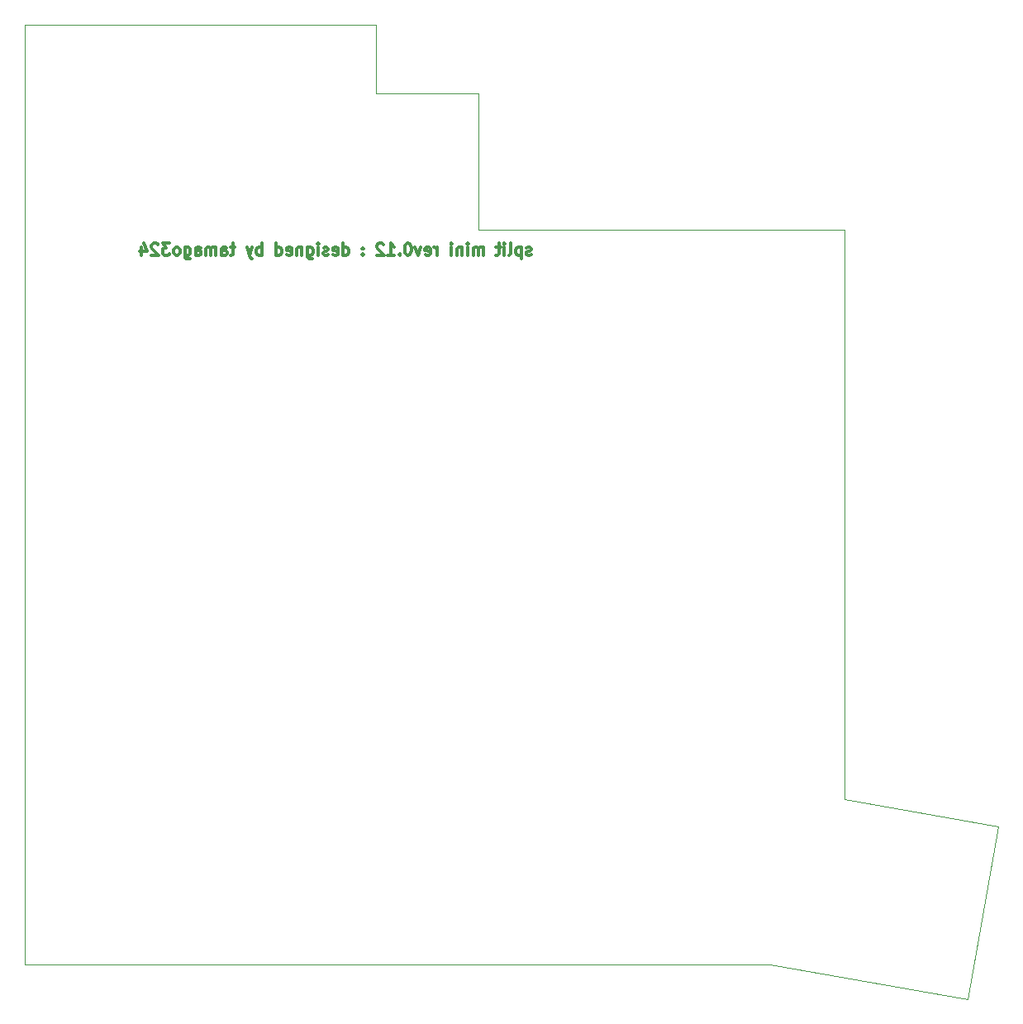
<source format=gbo>
%TF.GenerationSoftware,KiCad,Pcbnew,(6.0.9)*%
%TF.CreationDate,2023-01-03T16:44:31+09:00*%
%TF.ProjectId,split-mini__bottom,73706c69-742d-46d6-996e-695f5f626f74,rev?*%
%TF.SameCoordinates,Original*%
%TF.FileFunction,Legend,Bot*%
%TF.FilePolarity,Positive*%
%FSLAX46Y46*%
G04 Gerber Fmt 4.6, Leading zero omitted, Abs format (unit mm)*
G04 Created by KiCad (PCBNEW (6.0.9)) date 2023-01-03 16:44:31*
%MOMM*%
%LPD*%
G01*
G04 APERTURE LIST*
%TA.AperFunction,Profile*%
%ADD10C,0.100000*%
%TD*%
%ADD11C,0.300000*%
%ADD12C,0.350000*%
%ADD13C,2.200000*%
G04 APERTURE END LIST*
D10*
X66450000Y-22475000D02*
X66450000Y-36475000D01*
X19950000Y-111725000D02*
X96323180Y-111725000D01*
X103950000Y-94792135D02*
X103950000Y-36475000D01*
X96323180Y-111725000D02*
X116541504Y-115290036D01*
X66450000Y-36475000D02*
X103950000Y-36475000D01*
X55950000Y-15475000D02*
X55950000Y-22475000D01*
X55950000Y-15475000D02*
X19950000Y-15475000D01*
X116541504Y-115290036D02*
X119667171Y-97563496D01*
X66450000Y-22475000D02*
X55950000Y-22475000D01*
X119667171Y-97563496D02*
X103950000Y-94792135D01*
X19950000Y-15475000D02*
X19950000Y-111725000D01*
D11*
X71828571Y-39010714D02*
X71714285Y-39067857D01*
X71485714Y-39067857D01*
X71371428Y-39010714D01*
X71314285Y-38896428D01*
X71314285Y-38839285D01*
X71371428Y-38725000D01*
X71485714Y-38667857D01*
X71657142Y-38667857D01*
X71771428Y-38610714D01*
X71828571Y-38496428D01*
X71828571Y-38439285D01*
X71771428Y-38325000D01*
X71657142Y-38267857D01*
X71485714Y-38267857D01*
X71371428Y-38325000D01*
X70800000Y-38267857D02*
X70800000Y-39467857D01*
X70800000Y-38325000D02*
X70685714Y-38267857D01*
X70457142Y-38267857D01*
X70342857Y-38325000D01*
X70285714Y-38382142D01*
X70228571Y-38496428D01*
X70228571Y-38839285D01*
X70285714Y-38953571D01*
X70342857Y-39010714D01*
X70457142Y-39067857D01*
X70685714Y-39067857D01*
X70800000Y-39010714D01*
X69542857Y-39067857D02*
X69657142Y-39010714D01*
X69714285Y-38896428D01*
X69714285Y-37867857D01*
X69085714Y-39067857D02*
X69085714Y-38267857D01*
X69085714Y-37867857D02*
X69142857Y-37925000D01*
X69085714Y-37982142D01*
X69028571Y-37925000D01*
X69085714Y-37867857D01*
X69085714Y-37982142D01*
X68685714Y-38267857D02*
X68228571Y-38267857D01*
X68514285Y-37867857D02*
X68514285Y-38896428D01*
X68457142Y-39010714D01*
X68342857Y-39067857D01*
X68228571Y-39067857D01*
X66914285Y-39067857D02*
X66914285Y-38267857D01*
X66914285Y-38382142D02*
X66857142Y-38325000D01*
X66742857Y-38267857D01*
X66571428Y-38267857D01*
X66457142Y-38325000D01*
X66400000Y-38439285D01*
X66400000Y-39067857D01*
X66400000Y-38439285D02*
X66342857Y-38325000D01*
X66228571Y-38267857D01*
X66057142Y-38267857D01*
X65942857Y-38325000D01*
X65885714Y-38439285D01*
X65885714Y-39067857D01*
X65314285Y-39067857D02*
X65314285Y-38267857D01*
X65314285Y-37867857D02*
X65371428Y-37925000D01*
X65314285Y-37982142D01*
X65257142Y-37925000D01*
X65314285Y-37867857D01*
X65314285Y-37982142D01*
X64742857Y-38267857D02*
X64742857Y-39067857D01*
X64742857Y-38382142D02*
X64685714Y-38325000D01*
X64571428Y-38267857D01*
X64400000Y-38267857D01*
X64285714Y-38325000D01*
X64228571Y-38439285D01*
X64228571Y-39067857D01*
X63657142Y-39067857D02*
X63657142Y-38267857D01*
X63657142Y-37867857D02*
X63714285Y-37925000D01*
X63657142Y-37982142D01*
X63600000Y-37925000D01*
X63657142Y-37867857D01*
X63657142Y-37982142D01*
X62171428Y-39067857D02*
X62171428Y-38267857D01*
X62171428Y-38496428D02*
X62114285Y-38382142D01*
X62057142Y-38325000D01*
X61942857Y-38267857D01*
X61828571Y-38267857D01*
X60971428Y-39010714D02*
X61085714Y-39067857D01*
X61314285Y-39067857D01*
X61428571Y-39010714D01*
X61485714Y-38896428D01*
X61485714Y-38439285D01*
X61428571Y-38325000D01*
X61314285Y-38267857D01*
X61085714Y-38267857D01*
X60971428Y-38325000D01*
X60914285Y-38439285D01*
X60914285Y-38553571D01*
X61485714Y-38667857D01*
X60514285Y-38267857D02*
X60228571Y-39067857D01*
X59942857Y-38267857D01*
X59257142Y-37867857D02*
X59142857Y-37867857D01*
X59028571Y-37925000D01*
X58971428Y-37982142D01*
X58914285Y-38096428D01*
X58857142Y-38325000D01*
X58857142Y-38610714D01*
X58914285Y-38839285D01*
X58971428Y-38953571D01*
X59028571Y-39010714D01*
X59142857Y-39067857D01*
X59257142Y-39067857D01*
X59371428Y-39010714D01*
X59428571Y-38953571D01*
X59485714Y-38839285D01*
X59542857Y-38610714D01*
X59542857Y-38325000D01*
X59485714Y-38096428D01*
X59428571Y-37982142D01*
X59371428Y-37925000D01*
X59257142Y-37867857D01*
X58342857Y-38953571D02*
X58285714Y-39010714D01*
X58342857Y-39067857D01*
X58400000Y-39010714D01*
X58342857Y-38953571D01*
X58342857Y-39067857D01*
X57142857Y-39067857D02*
X57828571Y-39067857D01*
X57485714Y-39067857D02*
X57485714Y-37867857D01*
X57600000Y-38039285D01*
X57714285Y-38153571D01*
X57828571Y-38210714D01*
X56685714Y-37982142D02*
X56628571Y-37925000D01*
X56514285Y-37867857D01*
X56228571Y-37867857D01*
X56114285Y-37925000D01*
X56057142Y-37982142D01*
X56000000Y-38096428D01*
X56000000Y-38210714D01*
X56057142Y-38382142D01*
X56742857Y-39067857D01*
X56000000Y-39067857D01*
X54571428Y-38953571D02*
X54514285Y-39010714D01*
X54571428Y-39067857D01*
X54628571Y-39010714D01*
X54571428Y-38953571D01*
X54571428Y-39067857D01*
X54571428Y-38325000D02*
X54514285Y-38382142D01*
X54571428Y-38439285D01*
X54628571Y-38382142D01*
X54571428Y-38325000D01*
X54571428Y-38439285D01*
X52571428Y-39067857D02*
X52571428Y-37867857D01*
X52571428Y-39010714D02*
X52685714Y-39067857D01*
X52914285Y-39067857D01*
X53028571Y-39010714D01*
X53085714Y-38953571D01*
X53142857Y-38839285D01*
X53142857Y-38496428D01*
X53085714Y-38382142D01*
X53028571Y-38325000D01*
X52914285Y-38267857D01*
X52685714Y-38267857D01*
X52571428Y-38325000D01*
X51542857Y-39010714D02*
X51657142Y-39067857D01*
X51885714Y-39067857D01*
X52000000Y-39010714D01*
X52057142Y-38896428D01*
X52057142Y-38439285D01*
X52000000Y-38325000D01*
X51885714Y-38267857D01*
X51657142Y-38267857D01*
X51542857Y-38325000D01*
X51485714Y-38439285D01*
X51485714Y-38553571D01*
X52057142Y-38667857D01*
X51028571Y-39010714D02*
X50914285Y-39067857D01*
X50685714Y-39067857D01*
X50571428Y-39010714D01*
X50514285Y-38896428D01*
X50514285Y-38839285D01*
X50571428Y-38725000D01*
X50685714Y-38667857D01*
X50857142Y-38667857D01*
X50971428Y-38610714D01*
X51028571Y-38496428D01*
X51028571Y-38439285D01*
X50971428Y-38325000D01*
X50857142Y-38267857D01*
X50685714Y-38267857D01*
X50571428Y-38325000D01*
X50000000Y-39067857D02*
X50000000Y-38267857D01*
X50000000Y-37867857D02*
X50057142Y-37925000D01*
X50000000Y-37982142D01*
X49942857Y-37925000D01*
X50000000Y-37867857D01*
X50000000Y-37982142D01*
X48914285Y-38267857D02*
X48914285Y-39239285D01*
X48971428Y-39353571D01*
X49028571Y-39410714D01*
X49142857Y-39467857D01*
X49314285Y-39467857D01*
X49428571Y-39410714D01*
X48914285Y-39010714D02*
X49028571Y-39067857D01*
X49257142Y-39067857D01*
X49371428Y-39010714D01*
X49428571Y-38953571D01*
X49485714Y-38839285D01*
X49485714Y-38496428D01*
X49428571Y-38382142D01*
X49371428Y-38325000D01*
X49257142Y-38267857D01*
X49028571Y-38267857D01*
X48914285Y-38325000D01*
X48342857Y-38267857D02*
X48342857Y-39067857D01*
X48342857Y-38382142D02*
X48285714Y-38325000D01*
X48171428Y-38267857D01*
X48000000Y-38267857D01*
X47885714Y-38325000D01*
X47828571Y-38439285D01*
X47828571Y-39067857D01*
X46800000Y-39010714D02*
X46914285Y-39067857D01*
X47142857Y-39067857D01*
X47257142Y-39010714D01*
X47314285Y-38896428D01*
X47314285Y-38439285D01*
X47257142Y-38325000D01*
X47142857Y-38267857D01*
X46914285Y-38267857D01*
X46800000Y-38325000D01*
X46742857Y-38439285D01*
X46742857Y-38553571D01*
X47314285Y-38667857D01*
X45714285Y-39067857D02*
X45714285Y-37867857D01*
X45714285Y-39010714D02*
X45828571Y-39067857D01*
X46057142Y-39067857D01*
X46171428Y-39010714D01*
X46228571Y-38953571D01*
X46285714Y-38839285D01*
X46285714Y-38496428D01*
X46228571Y-38382142D01*
X46171428Y-38325000D01*
X46057142Y-38267857D01*
X45828571Y-38267857D01*
X45714285Y-38325000D01*
X44228571Y-39067857D02*
X44228571Y-37867857D01*
X44228571Y-38325000D02*
X44114285Y-38267857D01*
X43885714Y-38267857D01*
X43771428Y-38325000D01*
X43714285Y-38382142D01*
X43657142Y-38496428D01*
X43657142Y-38839285D01*
X43714285Y-38953571D01*
X43771428Y-39010714D01*
X43885714Y-39067857D01*
X44114285Y-39067857D01*
X44228571Y-39010714D01*
X43257142Y-38267857D02*
X42971428Y-39067857D01*
X42685714Y-38267857D02*
X42971428Y-39067857D01*
X43085714Y-39353571D01*
X43142857Y-39410714D01*
X43257142Y-39467857D01*
X41485714Y-38267857D02*
X41028571Y-38267857D01*
X41314285Y-37867857D02*
X41314285Y-38896428D01*
X41257142Y-39010714D01*
X41142857Y-39067857D01*
X41028571Y-39067857D01*
X40114285Y-39067857D02*
X40114285Y-38439285D01*
X40171428Y-38325000D01*
X40285714Y-38267857D01*
X40514285Y-38267857D01*
X40628571Y-38325000D01*
X40114285Y-39010714D02*
X40228571Y-39067857D01*
X40514285Y-39067857D01*
X40628571Y-39010714D01*
X40685714Y-38896428D01*
X40685714Y-38782142D01*
X40628571Y-38667857D01*
X40514285Y-38610714D01*
X40228571Y-38610714D01*
X40114285Y-38553571D01*
X39542857Y-39067857D02*
X39542857Y-38267857D01*
X39542857Y-38382142D02*
X39485714Y-38325000D01*
X39371428Y-38267857D01*
X39200000Y-38267857D01*
X39085714Y-38325000D01*
X39028571Y-38439285D01*
X39028571Y-39067857D01*
X39028571Y-38439285D02*
X38971428Y-38325000D01*
X38857142Y-38267857D01*
X38685714Y-38267857D01*
X38571428Y-38325000D01*
X38514285Y-38439285D01*
X38514285Y-39067857D01*
X37428571Y-39067857D02*
X37428571Y-38439285D01*
X37485714Y-38325000D01*
X37600000Y-38267857D01*
X37828571Y-38267857D01*
X37942857Y-38325000D01*
X37428571Y-39010714D02*
X37542857Y-39067857D01*
X37828571Y-39067857D01*
X37942857Y-39010714D01*
X38000000Y-38896428D01*
X38000000Y-38782142D01*
X37942857Y-38667857D01*
X37828571Y-38610714D01*
X37542857Y-38610714D01*
X37428571Y-38553571D01*
X36342857Y-38267857D02*
X36342857Y-39239285D01*
X36400000Y-39353571D01*
X36457142Y-39410714D01*
X36571428Y-39467857D01*
X36742857Y-39467857D01*
X36857142Y-39410714D01*
X36342857Y-39010714D02*
X36457142Y-39067857D01*
X36685714Y-39067857D01*
X36800000Y-39010714D01*
X36857142Y-38953571D01*
X36914285Y-38839285D01*
X36914285Y-38496428D01*
X36857142Y-38382142D01*
X36800000Y-38325000D01*
X36685714Y-38267857D01*
X36457142Y-38267857D01*
X36342857Y-38325000D01*
X35600000Y-39067857D02*
X35714285Y-39010714D01*
X35771428Y-38953571D01*
X35828571Y-38839285D01*
X35828571Y-38496428D01*
X35771428Y-38382142D01*
X35714285Y-38325000D01*
X35600000Y-38267857D01*
X35428571Y-38267857D01*
X35314285Y-38325000D01*
X35257142Y-38382142D01*
X35200000Y-38496428D01*
X35200000Y-38839285D01*
X35257142Y-38953571D01*
X35314285Y-39010714D01*
X35428571Y-39067857D01*
X35600000Y-39067857D01*
X34800000Y-37867857D02*
X34057142Y-37867857D01*
X34457142Y-38325000D01*
X34285714Y-38325000D01*
X34171428Y-38382142D01*
X34114285Y-38439285D01*
X34057142Y-38553571D01*
X34057142Y-38839285D01*
X34114285Y-38953571D01*
X34171428Y-39010714D01*
X34285714Y-39067857D01*
X34628571Y-39067857D01*
X34742857Y-39010714D01*
X34800000Y-38953571D01*
X33600000Y-37982142D02*
X33542857Y-37925000D01*
X33428571Y-37867857D01*
X33142857Y-37867857D01*
X33028571Y-37925000D01*
X32971428Y-37982142D01*
X32914285Y-38096428D01*
X32914285Y-38210714D01*
X32971428Y-38382142D01*
X33657142Y-39067857D01*
X32914285Y-39067857D01*
X31885714Y-38267857D02*
X31885714Y-39067857D01*
X32171428Y-37810714D02*
X32457142Y-38667857D01*
X31714285Y-38667857D01*
D12*
X94950000Y-39775000D03*
X28925000Y-106375000D03*
X96450000Y-102475000D03*
X28950000Y-41375000D03*
%LPC*%
D13*
%TO.C,HOLE3*%
X94950000Y-39775000D03*
%TD*%
%TO.C,HOLE4*%
X28925000Y-106375000D03*
%TD*%
%TO.C,HOLE2*%
X96450000Y-102475000D03*
%TD*%
%TO.C,HOLE1*%
X28950000Y-41375000D03*
%TD*%
M02*

</source>
